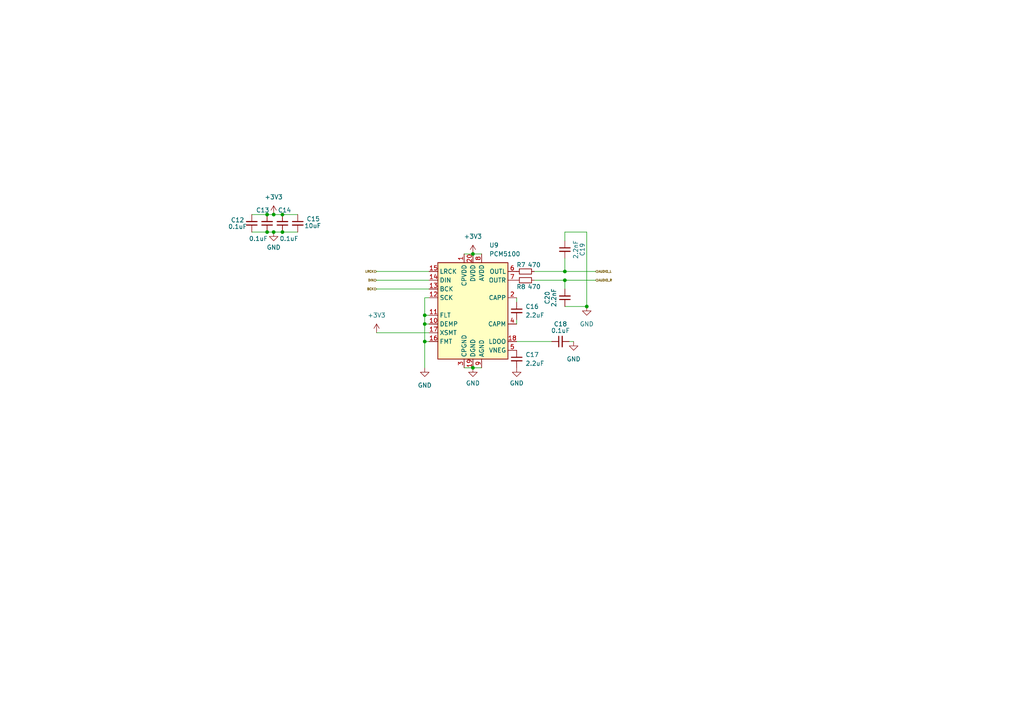
<source format=kicad_sch>
(kicad_sch (version 20250114) (generator "eeschema") (generator_version "9.0")
  (paper "A4")
  (title_block (title "PicoGUS") (date "2023-12-13") (rev "v1.2"))
  (lib_symbols
    (symbol "Audio:PCM5100"
      (property "Reference" "U" (at -10.16 13.97 0))
      (property "Value" "PCM5100" (at 3.81 13.97 0))
      (symbol "PCM5100_0_1"
        (rectangle (start -10.16 12.7) (end 10.16 -15.24) (stroke (width 0.254)) (fill (type background)))
      )
      (symbol "PCM5100_1_1"
        (pin input line (at -12.7 10.16 0) (length 2.54) (name "LRCK") (number "15"))
        (pin input line (at -12.7 7.62 0) (length 2.54) (name "DIN") (number "14"))
        (pin input line (at -12.7 5.08 0) (length 2.54) (name "BCK") (number "13"))
        (pin input line (at -12.7 2.54 0) (length 2.54) (name "SCK") (number "12"))
        (pin input line (at -12.7 -2.54 0) (length 2.54) (name "FLT") (number "11"))
        (pin input line (at -12.7 -5.08 0) (length 2.54) (name "DEMP") (number "10"))
        (pin input line (at -12.7 -7.62 0) (length 2.54) (name "XSMT") (number "17"))
        (pin input line (at -12.7 -10.16 0) (length 2.54) (name "FMT") (number "16"))
        (pin passive line (at -2.54 15.24 270) (length 2.54) (name "CPVDD") (number "1"))
        (pin power_in line (at -2.54 -17.78 90) (length 2.54) (name "CPGND") (number "3"))
        (pin power_in line (at 0 15.24 270) (length 2.54) (name "DVDD") (number "20"))
        (pin power_in line (at 0 -17.78 90) (length 2.54) (name "DGND") (number "19"))
        (pin power_in line (at 2.54 15.24 270) (length 2.54) (name "AVDD") (number "8"))
        (pin power_in line (at 2.54 -17.78 90) (length 2.54) (name "AGND") (number "9"))
        (pin output line (at 12.7 10.16 180) (length 2.54) (name "OUTL") (number "6"))
        (pin output line (at 12.7 7.62 180) (length 2.54) (name "OUTR") (number "7"))
        (pin passive line (at 12.7 2.54 180) (length 2.54) (name "CAPP") (number "2"))
        (pin passive line (at 12.7 -5.08 180) (length 2.54) (name "CAPM") (number "4"))
        (pin passive line (at 12.7 -10.16 180) (length 2.54) (name "LDOO") (number "18"))
        (pin passive line (at 12.7 -12.7 180) (length 2.54) (name "VNEG") (number "5"))
      )
    )
    (symbol "Device:C_Small" (pin_numbers (hide yes)) (pin_names (offset 0.254) (hide yes))
      (property "Reference" "C" (at 0.254 1.778 0))
      (property "Value" "C_Small" (at 0.254 -2.032 0))
      (symbol "C_Small_0_1"
        (polyline (pts (xy -1.524 0.508) (xy 1.524 0.508)) (stroke (width 0.3048)))
        (polyline (pts (xy -1.524 -0.508) (xy 1.524 -0.508)) (stroke (width 0.3302)))
      )
      (symbol "C_Small_1_1"
        (pin passive line (at 0 2.54 270) (length 2.032) (name "~") (number "1"))
        (pin passive line (at 0 -2.54 90) (length 2.032) (name "~") (number "2"))
      )
    )
    (symbol "Device:R_Small" (pin_numbers (hide yes)) (pin_names (offset 0.254) (hide yes))
      (property "Reference" "R" (at 0.762 0.508 0))
      (property "Value" "R_Small" (at 0.762 -1.016 0))
      (symbol "R_Small_0_1"
        (rectangle (start -0.762 1.778) (end 0.762 -1.778) (stroke (width 0.2032)))
      )
      (symbol "R_Small_1_1"
        (pin passive line (at 0 2.54 270) (length 0.762) (name "~") (number "1"))
        (pin passive line (at 0 -2.54 90) (length 0.762) (name "~") (number "2"))
      )
    )
    (symbol "power:+3V3" (power) (pin_names (offset 0))
      (property "Value" "+3V3" (at 0 3.556 0))
      (symbol "+3V3_0_1"
        (polyline (pts (xy -0.762 1.27) (xy 0 2.54)))
        (polyline (pts (xy 0 2.54) (xy 0.762 1.27)))
        (polyline (pts (xy 0 0) (xy 0 2.54)))
      )
      (symbol "+3V3_1_1"
        (pin power_in line (at 0 0 90) (length 0) (hide yes) (name "+3V3") (number "1"))
      )
    )
    (symbol "power:GND" (power) (pin_names (offset 0))
      (property "Value" "GND" (at 0 -3.81 0))
      (symbol "GND_0_1"
        (polyline (pts (xy 0 0) (xy 0 -1.27) (xy 1.27 -1.27) (xy 0 -2.54) (xy -1.27 -1.27) (xy 0 -1.27)))
      )
      (symbol "GND_1_1"
        (pin power_in line (at 0 0 270) (length 0) (hide yes) (name "GND") (number "1"))
      )
    )
  )
  (junction (at 77.47 67.31))
  (junction (at 163.83 78.74))
  (junction (at 123.19 91.44))
  (junction (at 81.915 62.23))
  (junction (at 81.915 67.31))
  (junction (at 123.19 93.98))
  (junction (at 79.375 62.23))
  (junction (at 123.19 99.06))
  (junction (at 170.18 88.9))
  (junction (at 137.16 73.66))
  (junction (at 163.83 81.28))
  (junction (at 79.375 67.31))
  (junction (at 77.47 62.23))
  (junction (at 137.16 106.68))
  (wire (pts (xy 154.94 81.28) (xy 163.83 81.28)))
  (wire (pts (xy 137.16 73.66) (xy 139.7 73.66)))
  (wire (pts (xy 123.19 91.44) (xy 124.46 91.44)))
  (wire (pts (xy 163.83 83.82) (xy 163.83 81.28)))
  (wire (pts (xy 123.19 99.06) (xy 123.19 106.68)))
  (wire (pts (xy 109.22 78.74) (xy 124.46 78.74)))
  (wire (pts (xy 86.36 62.23) (xy 81.915 62.23)))
  (wire (pts (xy 163.83 88.9) (xy 170.18 88.9)))
  (wire (pts (xy 123.19 86.36) (xy 123.19 91.44)))
  (wire (pts (xy 154.94 78.74) (xy 163.83 78.74)))
  (wire (pts (xy 109.22 96.52) (xy 124.46 96.52)))
  (wire (pts (xy 123.19 93.98) (xy 124.46 93.98)))
  (wire (pts (xy 149.86 86.36) (xy 149.86 87.63)))
  (wire (pts (xy 73.025 62.23) (xy 77.47 62.23)))
  (wire (pts (xy 163.83 67.31) (xy 170.18 67.31)))
  (wire (pts (xy 77.47 62.23) (xy 79.375 62.23)))
  (wire (pts (xy 134.62 73.66) (xy 137.16 73.66)))
  (wire (pts (xy 109.22 83.82) (xy 124.46 83.82)))
  (wire (pts (xy 109.22 81.28) (xy 124.46 81.28)))
  (wire (pts (xy 123.19 99.06) (xy 124.46 99.06)))
  (wire (pts (xy 166.37 99.06) (xy 165.1 99.06)))
  (wire (pts (xy 123.19 93.98) (xy 123.19 99.06)))
  (wire (pts (xy 163.83 69.85) (xy 163.83 67.31)))
  (wire (pts (xy 79.375 62.23) (xy 81.915 62.23)))
  (wire (pts (xy 79.375 67.31) (xy 81.915 67.31)))
  (wire (pts (xy 123.19 91.44) (xy 123.19 93.98)))
  (wire (pts (xy 163.83 81.28) (xy 172.72 81.28)))
  (wire (pts (xy 149.86 92.71) (xy 149.86 93.98)))
  (wire (pts (xy 137.16 106.68) (xy 139.7 106.68)))
  (wire (pts (xy 73.025 67.31) (xy 77.47 67.31)))
  (wire (pts (xy 134.62 106.68) (xy 137.16 106.68)))
  (wire (pts (xy 81.915 67.31) (xy 86.36 67.31)))
  (wire (pts (xy 160.02 99.06) (xy 149.86 99.06)))
  (wire (pts (xy 77.47 67.31) (xy 79.375 67.31)))
  (wire (pts (xy 163.83 74.93) (xy 163.83 78.74)))
  (wire (pts (xy 163.83 78.74) (xy 172.72 78.74)))
  (wire (pts (xy 123.19 86.36) (xy 124.46 86.36)))
  (wire (pts (xy 170.18 67.31) (xy 170.18 88.9)))
  (hierarchical_label "AUDIO_L" (shape input) (at 172.72 78.74 0) (effects (font (size 0.635 0.635))))
  (hierarchical_label "AUDIO_R" (shape input) (at 172.72 81.28 0) (effects (font (size 0.635 0.635))))
  (hierarchical_label "LRCK" (shape input) (at 109.22 78.74 180) (effects (font (size 0.635 0.635))))
  (hierarchical_label "BCK" (shape input) (at 109.22 83.82 180) (effects (font (size 0.635 0.635))))
  (hierarchical_label "DIN" (shape input) (at 109.22 81.28 180) (effects (font (size 0.635 0.635))))
  (symbol (lib_id "Device:C_Small") (at 163.83 86.36 180) (unit 1)
    (property "Reference" "C20" (at 158.75 86.36 90))
    (property "Value" "2.2nF" (at 160.655 86.36 90))
    (property "Footprint" "Capacitor_SMD:C_0805_2012Metric" (effects (hide yes)))
    (property "LCSC" "C28260" (effects (hide yes)))
  )
  (symbol (lib_id "Device:C_Small") (at 73.025 64.77 180) (unit 1)
    (property "Reference" "C12" (at 68.8975 63.8175 0))
    (property "Value" "0.1uF" (at 68.8975 65.7225 0))
    (property "Footprint" "Capacitor_SMD:C_0805_2012Metric" (effects (hide yes)))
    (property "LCSC" "C49678" (effects (hide yes)))
  )
  (symbol (lib_id "Device:C_Small") (at 162.56 99.06 90) (unit 1)
    (property "Reference" "C18" (at 162.56 93.98 90))
    (property "Value" "0.1uF" (at 162.56 95.885 90))
    (property "Footprint" "Capacitor_SMD:C_0805_2012Metric" (effects (hide yes)))
    (property "LCSC" "C49678" (effects (hide yes)))
  )
  (symbol (lib_id "Device:C_Small") (at 149.86 90.17 0) (unit 1)
    (property "Reference" "C16" (at 152.4 88.9063 0) (effects (justify left)))
    (property "Value" "2.2uF" (at 152.4 91.4463 0) (effects (justify left)))
    (property "Footprint" "Capacitor_SMD:C_0805_2012Metric" (effects (hide yes)))
    (property "LCSC" "C377773" (effects (hide yes)))
  )
  (symbol (lib_id "Device:C_Small") (at 163.83 72.39 0) (unit 1)
    (property "Reference" "C19" (at 168.91 72.39 90))
    (property "Value" "2.2nF" (at 167.005 72.39 90))
    (property "Footprint" "Capacitor_SMD:C_0805_2012Metric" (effects (hide yes)))
    (property "LCSC" "C28260" (effects (hide yes)))
  )
  (symbol (lib_id "power:GND") (at 170.18 88.9 0) (unit 1)
    (property "Reference" "#PWR0157" (effects (hide yes)))
    (property "Value" "GND" (at 170.18 93.98 0))
    (instances (project "PicoGUS" (path "" (reference "#PWR035") (unit 1))) (project "PC104GUS" (path "" (reference "#PWR0157") (unit 1))))
  )
  (symbol (lib_id "power:GND") (at 166.37 99.06 0) (unit 1)
    (property "Reference" "#PWR0160" (effects (hide yes)))
    (property "Value" "GND" (at 166.37 104.14 0))
    (instances (project "PicoGUS" (path "" (reference "#PWR033") (unit 1))) (project "PC104GUS" (path "" (reference "#PWR0160") (unit 1))))
  )
  (symbol (lib_id "Device:C_Small") (at 77.47 64.77 180) (unit 1)
    (property "Reference" "C13" (at 76.2 60.96 0))
    (property "Value" "0.1uF" (at 74.93 69.215 0))
    (property "Footprint" "Capacitor_SMD:C_0805_2012Metric" (effects (hide yes)))
    (property "LCSC" "C49678" (effects (hide yes)))
  )
  (symbol (lib_id "Device:C_Small") (at 86.36 64.77 0) (unit 1)
    (property "Reference" "C15" (at 88.9 63.5 0) (effects (justify left)))
    (property "Value" "10uF" (at 88.265 65.4939 0) (effects (justify left)))
    (property "Footprint" "Capacitor_SMD:C_0805_2012Metric" (effects (hide yes)))
    (property "LCSC" "C15850" (effects (hide yes)))
  )
  (symbol (lib_id "Device:C_Small") (at 149.86 104.14 0) (unit 1)
    (property "Reference" "C17" (at 152.4 102.8763 0) (effects (justify left)))
    (property "Value" "2.2uF" (at 152.4 105.4163 0) (effects (justify left)))
    (property "Footprint" "Capacitor_SMD:C_0805_2012Metric" (effects (hide yes)))
    (property "LCSC" "C377773" (effects (hide yes)))
  )
  (symbol (lib_id "power:GND") (at 137.16 106.68 0) (unit 1)
    (property "Reference" "#PWR0159" (effects (hide yes)))
    (property "Value" "GND" (at 137.16 111.125 0))
    (instances (project "PicoGUS" (path "" (reference "#PWR031") (unit 1))) (project "PC104GUS" (path "" (reference "#PWR0159") (unit 1))))
  )
  (symbol (lib_id "power:GND") (at 79.375 67.31 0) (unit 1)
    (property "Reference" "#PWR0152" (effects (hide yes)))
    (property "Value" "GND" (at 79.375 71.755 0))
    (instances (project "PicoGUS" (path "" (reference "#PWR025") (unit 1))) (project "PC104GUS" (path "" (reference "#PWR0152") (unit 1))))
  )
  (symbol (lib_id "Audio:PCM5100") (at 137.16 88.9 0) (unit 1)
    (property "Reference" "U22" (at 141.8941 71.12 0) (effects (justify left)))
    (property "Value" "PCM5100" (at 141.8941 73.66 0) (effects (justify left)))
    (property "Footprint" "Package_SO:TSSOP-20_4.4x6.5mm_P0.65mm" (effects (hide yes)))
    (property "Datasheet" "http://www.ti.com/lit/ds/symlink/pcm5100.pdf" (effects (hide yes)))
    (property "LCSC" "C131154" (effects (hide yes)))
    (instances (project "PicoGUS" (path "" (reference "U9") (unit 1))) (project "PC104GUS" (path "" (reference "U22") (unit 1))))
  )
  (symbol (lib_id "power:GND") (at 149.86 106.68 0) (unit 1)
    (property "Reference" "#PWR0161" (effects (hide yes)))
    (property "Value" "GND" (at 149.86 111.125 0))
    (instances (project "PicoGUS" (path "" (reference "#PWR032") (unit 1))) (project "PC104GUS" (path "" (reference "#PWR0161") (unit 1))))
  )
  (symbol (lib_id "Device:R_Small") (at 152.4 81.28 90) (unit 1)
    (property "Reference" "R8" (at 151.13 83.185 90))
    (property "Value" "470" (at 154.94 83.185 90))
    (property "Footprint" "Resistor_SMD:R_0805_2012Metric" (effects (hide yes)))
    (property "LCSC" "C17710" (effects (hide yes)))
  )
  (symbol (lib_id "power:+3V3") (at 137.16 73.66 0) (unit 1)
    (property "Reference" "#PWR0156" (effects (hide yes)))
    (property "Value" "+3V3" (at 137.16 68.58 0))
    (instances (project "PicoGUS" (path "" (reference "#PWR030") (unit 1))) (project "PC104GUS" (path "" (reference "#PWR0156") (unit 1))))
  )
  (symbol (lib_id "power:+3V3") (at 79.375 62.23 0) (unit 1)
    (property "Reference" "#PWR0154" (effects (hide yes)))
    (property "Value" "+3V3" (at 79.375 57.15 0))
    (instances (project "PicoGUS" (path "" (reference "#PWR024") (unit 1))) (project "PC104GUS" (path "" (reference "#PWR0154") (unit 1))))
  )
  (symbol (lib_id "Device:C_Small") (at 81.915 64.77 180) (unit 1)
    (property "Reference" "C14" (at 82.55 60.96 0))
    (property "Value" "0.1uF" (at 83.82 69.215 0))
    (property "Footprint" "Capacitor_SMD:C_0805_2012Metric" (effects (hide yes)))
    (property "LCSC" "C49678" (effects (hide yes)))
  )
  (symbol (lib_id "power:+3V3") (at 109.22 96.52 0) (unit 1)
    (property "Reference" "#PWR0153" (effects (hide yes)))
    (property "Value" "+3V3" (at 109.22 91.44 0))
    (instances (project "PicoGUS" (path "" (reference "#PWR029") (unit 1))) (project "PC104GUS" (path "" (reference "#PWR0153") (unit 1))))
  )
  (symbol (lib_id "power:GND") (at 123.19 106.68 0) (unit 1)
    (property "Reference" "#PWR0155" (effects (hide yes)))
    (property "Value" "GND" (at 123.19 111.76 0))
    (instances (project "PicoGUS" (path "" (reference "#PWR026") (unit 1))) (project "PC104GUS" (path "" (reference "#PWR0155") (unit 1))))
  )
  (symbol (lib_id "Device:R_Small") (at 152.4 78.74 90) (unit 1)
    (property "Reference" "R7" (at 151.13 76.835 90))
    (property "Value" "470" (at 154.94 76.835 90))
    (property "Footprint" "Resistor_SMD:R_0805_2012Metric" (effects (hide yes)))
    (property "LCSC" "C17710" (effects (hide yes)))
  )
)
</source>
